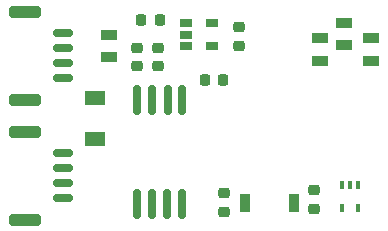
<source format=gbr>
G04 #@! TF.GenerationSoftware,KiCad,Pcbnew,(6.0.2)*
G04 #@! TF.CreationDate,2022-03-01T07:21:34+01:00*
G04 #@! TF.ProjectId,TFRPM01C,54465250-4d30-4314-932e-6b696361645f,REV*
G04 #@! TF.SameCoordinates,PX78dfd90PY8290510*
G04 #@! TF.FileFunction,Paste,Bot*
G04 #@! TF.FilePolarity,Positive*
%FSLAX46Y46*%
G04 Gerber Fmt 4.6, Leading zero omitted, Abs format (unit mm)*
G04 Created by KiCad (PCBNEW (6.0.2)) date 2022-03-01 07:21:34*
%MOMM*%
%LPD*%
G01*
G04 APERTURE LIST*
G04 Aperture macros list*
%AMRoundRect*
0 Rectangle with rounded corners*
0 $1 Rounding radius*
0 $2 $3 $4 $5 $6 $7 $8 $9 X,Y pos of 4 corners*
0 Add a 4 corners polygon primitive as box body*
4,1,4,$2,$3,$4,$5,$6,$7,$8,$9,$2,$3,0*
0 Add four circle primitives for the rounded corners*
1,1,$1+$1,$2,$3*
1,1,$1+$1,$4,$5*
1,1,$1+$1,$6,$7*
1,1,$1+$1,$8,$9*
0 Add four rect primitives between the rounded corners*
20,1,$1+$1,$2,$3,$4,$5,0*
20,1,$1+$1,$4,$5,$6,$7,0*
20,1,$1+$1,$6,$7,$8,$9,0*
20,1,$1+$1,$8,$9,$2,$3,0*%
G04 Aperture macros list end*
%ADD10O,0.700000X2.600000*%
%ADD11R,1.700000X1.300000*%
%ADD12RoundRect,0.218750X-0.256250X0.218750X-0.256250X-0.218750X0.256250X-0.218750X0.256250X0.218750X0*%
%ADD13R,1.060000X0.650000*%
%ADD14R,1.397000X0.889000*%
%ADD15RoundRect,0.218750X0.218750X0.256250X-0.218750X0.256250X-0.218750X-0.256250X0.218750X-0.256250X0*%
%ADD16RoundRect,0.150000X0.700000X-0.150000X0.700000X0.150000X-0.700000X0.150000X-0.700000X-0.150000X0*%
%ADD17RoundRect,0.250000X1.100000X-0.250000X1.100000X0.250000X-1.100000X0.250000X-1.100000X-0.250000X0*%
%ADD18RoundRect,0.218750X-0.218750X-0.256250X0.218750X-0.256250X0.218750X0.256250X-0.218750X0.256250X0*%
%ADD19RoundRect,0.218750X0.256250X-0.218750X0.256250X0.218750X-0.256250X0.218750X-0.256250X-0.218750X0*%
%ADD20R,0.950000X1.500000*%
%ADD21R,0.400000X0.650000*%
G04 APERTURE END LIST*
D10*
G04 #@! TO.C,U1*
X-1270000Y-2876000D03*
X-2540000Y-2876000D03*
X-3810000Y-2876000D03*
X-5085000Y-2876000D03*
X-5080000Y5924000D03*
X-3810000Y5924000D03*
X-2475000Y5924000D03*
X-1270000Y5924000D03*
G04 #@! TD*
D11*
G04 #@! TO.C,D1*
X-8636000Y6068000D03*
X-8636000Y2568000D03*
G04 #@! TD*
D12*
G04 #@! TO.C,R10*
X-3302000Y10312500D03*
X-3302000Y8737500D03*
G04 #@! TD*
D13*
G04 #@! TO.C,U3*
X-930000Y10480000D03*
X-930000Y11430000D03*
X-930000Y12380000D03*
X1270000Y12380000D03*
X1270000Y10480000D03*
G04 #@! TD*
D14*
G04 #@! TO.C,C3*
X-7493000Y9525000D03*
X-7493000Y11430000D03*
G04 #@! TD*
D15*
G04 #@! TO.C,C4*
X-3175000Y12700000D03*
X-4750000Y12700000D03*
G04 #@! TD*
D16*
G04 #@! TO.C,J2*
X-11358000Y7779904D03*
X-11358000Y9029904D03*
X-11358000Y10279904D03*
X-11358000Y11529904D03*
D17*
X-14558000Y5929904D03*
X-14558000Y13379904D03*
G04 #@! TD*
D12*
G04 #@! TO.C,R4*
X2286000Y-1981000D03*
X2286000Y-3556000D03*
G04 #@! TD*
D14*
G04 #@! TO.C,R1*
X14732000Y11112500D03*
X14732000Y9207500D03*
G04 #@! TD*
G04 #@! TO.C,R2*
X10414000Y9207500D03*
X10414000Y11112500D03*
G04 #@! TD*
D12*
G04 #@! TO.C,R3*
X-5080000Y10312500D03*
X-5080000Y8737500D03*
G04 #@! TD*
G04 #@! TO.C,C6*
X9906000Y-1752500D03*
X9906000Y-3327500D03*
G04 #@! TD*
D16*
G04 #@! TO.C,J3*
X-11358000Y-2380096D03*
X-11358000Y-1130096D03*
X-11358000Y119904D03*
X-11358000Y1369904D03*
D17*
X-14558000Y-4230096D03*
X-14558000Y3219904D03*
G04 #@! TD*
D18*
G04 #@! TO.C,C5*
X635000Y7620000D03*
X2210000Y7620000D03*
G04 #@! TD*
D19*
G04 #@! TO.C,C1*
X3556000Y10490000D03*
X3556000Y12065000D03*
G04 #@! TD*
D14*
G04 #@! TO.C,C2*
X12446000Y10541000D03*
X12446000Y12446000D03*
G04 #@! TD*
D20*
G04 #@! TO.C,D2*
X8203000Y-2791096D03*
X4053000Y-2791096D03*
G04 #@! TD*
D21*
G04 #@! TO.C,U2*
X12304000Y-1336000D03*
X12954000Y-1336000D03*
X13604000Y-1336000D03*
X13604000Y-3236000D03*
X12304000Y-3236000D03*
G04 #@! TD*
M02*

</source>
